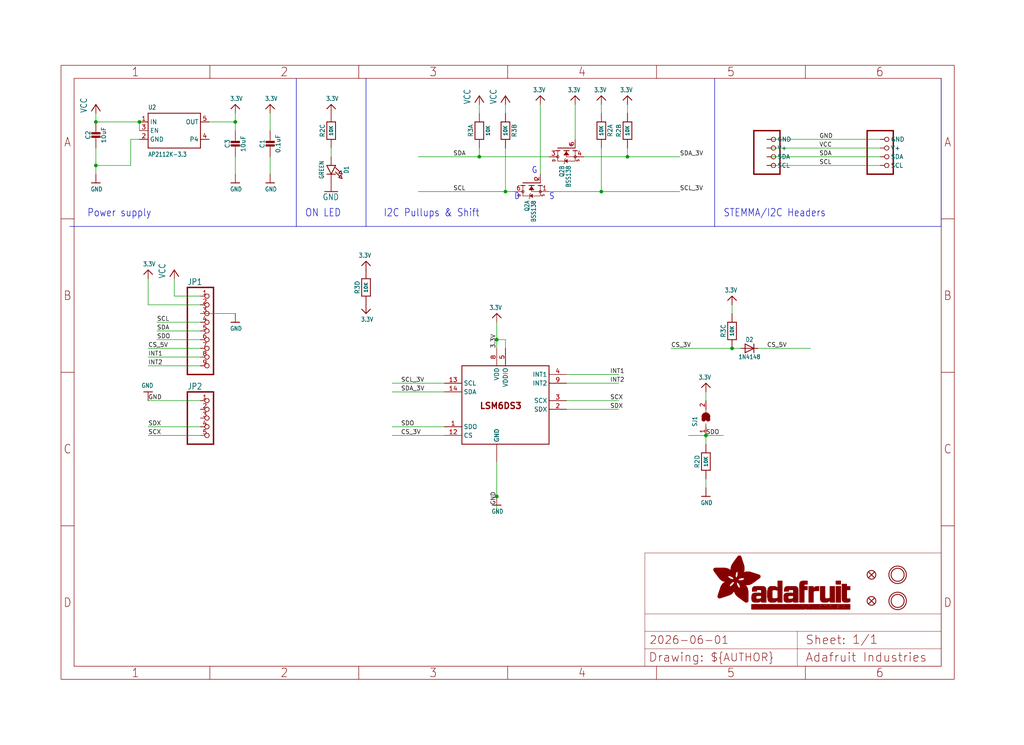
<source format=kicad_sch>
(kicad_sch (version 20230121) (generator eeschema)
  (paper "User" 298.45 217.322)
  (lib_symbols
    (symbol "working-eagle-import:3.3V" (power)
      (property "Value" "3.3V" (at -1.524 1.016 0))
      (symbol "3.3V_1_0"
        (pin power_in line (at 0 -2.54 90) (length 2.54) (name "3.3V") (number "1"))
      )
    )
    (symbol "working-eagle-import:CAP_CERAMIC0603_NO"
      (property "Reference" "C" (at -2.29 1.25 90))
      (symbol "CAP_CERAMIC0603_NO_1_0"
        (pin passive line (at 0 5.08 270) (length 2.54) (name "1") (number "1"))
        (pin passive line (at 0 -2.54 90) (length 2.54) (name "2") (number "2"))
      )
    )
    (symbol "working-eagle-import:CAP_CERAMIC0805-NOOUTLINE"
      (property "Reference" "C" (at -2.29 1.25 90))
      (symbol "CAP_CERAMIC0805-NOOUTLINE_1_0"
        (pin passive line (at 0 5.08 270) (length 2.54) (name "1") (number "1"))
        (pin passive line (at 0 -2.54 90) (length 2.54) (name "2") (number "2"))
      )
    )
    (symbol "working-eagle-import:DIODESOD-323"
      (property "Reference" "D" (at 0 2.54 0))
      (symbol "DIODESOD-323_1_0"
        (pin passive line (at -2.54 0 0) (length 2.54) (name "A") (number "A"))
        (pin passive line (at 2.54 0 180) (length 2.54) (name "C") (number "C"))
      )
    )
    (symbol "working-eagle-import:FIDUCIAL_1MM")
    (symbol "working-eagle-import:FRAME_A4_ADAFRUIT"
      (symbol "FRAME_A4_ADAFRUIT_1_0"
        (text "${#}/${##}" (at 230.505 10.16 0) (effects (font (size 2.54 2.54)) (justify left bottom)))
        (text "${AUTHOR}" (at 189.23 5.08 0) (effects (font (size 2.286 2.286)) (justify left bottom)))
        (text "${CURRENT_DATE}" (at 171.45 10.16 0) (effects (font (size 2.286 2.286)) (justify left bottom)))
        (text "${PROJECTNAME}" (at 171.45 15.24 0) (effects (font (size 2.54 2.54)) (justify left bottom)))
        (text "1" (at 21.6958 1.905 0) (effects (font (size 2.54 2.286))))
        (text "1" (at 21.6958 177.165 0) (effects (font (size 2.54 2.286))))
        (text "2" (at 65.0875 1.905 0) (effects (font (size 2.54 2.286))))
        (text "2" (at 65.0875 177.165 0) (effects (font (size 2.54 2.286))))
        (text "3" (at 108.4792 1.905 0) (effects (font (size 2.54 2.286))))
        (text "3" (at 108.4792 177.165 0) (effects (font (size 2.54 2.286))))
        (text "4" (at 151.8708 1.905 0) (effects (font (size 2.54 2.286))))
        (text "4" (at 151.8708 177.165 0) (effects (font (size 2.54 2.286))))
        (text "5" (at 195.2625 1.905 0) (effects (font (size 2.54 2.286))))
        (text "5" (at 195.2625 177.165 0) (effects (font (size 2.54 2.286))))
        (text "6" (at 238.6542 1.905 0) (effects (font (size 2.54 2.286))))
        (text "6" (at 238.6542 177.165 0) (effects (font (size 2.54 2.286))))
        (text "A" (at 1.905 156.6863 0) (effects (font (size 2.54 2.286))))
        (text "A" (at 258.445 156.6863 0) (effects (font (size 2.54 2.286))))
        (text "Adafruit Industries" (at 216.916 4.953 0) (effects (font (size 2.54 2.54)) (justify left bottom)))
        (text "B" (at 1.905 111.9188 0) (effects (font (size 2.54 2.286))))
        (text "B" (at 258.445 111.9188 0) (effects (font (size 2.54 2.286))))
        (text "C" (at 1.905 67.1513 0) (effects (font (size 2.54 2.286))))
        (text "C" (at 258.445 67.1513 0) (effects (font (size 2.54 2.286))))
        (text "D" (at 1.905 22.3838 0) (effects (font (size 2.54 2.286))))
        (text "D" (at 258.445 22.3838 0) (effects (font (size 2.54 2.286))))
        (text "Drawing:" (at 171.196 4.953 0) (effects (font (size 2.54 2.54)) (justify left bottom)))
        (text "Sheet:" (at 216.916 10.033 0) (effects (font (size 2.54 2.54)) (justify left bottom)))
      )
    )
    (symbol "working-eagle-import:GND" (power)
      (property "Value" "GND" (at -1.524 -2.54 0))
      (symbol "GND_1_0"
        (pin power_in line (at 0 2.54 270) (length 2.54) (name "GND") (number "1"))
      )
    )
    (symbol "working-eagle-import:HEADER-1X570MIL"
      (property "Reference" "JP" (at -6.35 8.255 0))
      (symbol "HEADER-1X570MIL_1_0"
        (pin passive inverted (at -2.54 5.08 0) (length 2.54) (name "1") (number "1"))
        (pin passive inverted (at -2.54 2.54 0) (length 2.54) (name "2") (number "2"))
        (pin passive inverted (at -2.54 0 0) (length 2.54) (name "3") (number "3"))
        (pin passive inverted (at -2.54 -2.54 0) (length 2.54) (name "4") (number "4"))
        (pin passive inverted (at -2.54 -5.08 0) (length 2.54) (name "5") (number "5"))
      )
    )
    (symbol "working-eagle-import:HEADER-1X970MIL"
      (property "Reference" "JP" (at -6.35 13.335 0))
      (symbol "HEADER-1X970MIL_1_0"
        (pin passive inverted (at -2.54 10.16 0) (length 2.54) (name "1") (number "1"))
        (pin passive inverted (at -2.54 7.62 0) (length 2.54) (name "2") (number "2"))
        (pin passive inverted (at -2.54 5.08 0) (length 2.54) (name "3") (number "3"))
        (pin passive inverted (at -2.54 2.54 0) (length 2.54) (name "4") (number "4"))
        (pin passive inverted (at -2.54 0 0) (length 2.54) (name "5") (number "5"))
        (pin passive inverted (at -2.54 -2.54 0) (length 2.54) (name "6") (number "6"))
        (pin passive inverted (at -2.54 -5.08 0) (length 2.54) (name "7") (number "7"))
        (pin passive inverted (at -2.54 -7.62 0) (length 2.54) (name "8") (number "8"))
        (pin passive inverted (at -2.54 -10.16 0) (length 2.54) (name "9") (number "9"))
      )
    )
    (symbol "working-eagle-import:LED0603_NOOUTLINE"
      (property "Reference" "D" (at -1.27 4.445 0))
      (symbol "LED0603_NOOUTLINE_1_0"
        (pin passive line (at -5.08 0 0) (length 2.54) (name "A") (number "A"))
        (pin passive line (at 2.54 0 180) (length 2.54) (name "C") (number "C"))
      )
    )
    (symbol "working-eagle-import:LSM6DS3"
      (symbol "LSM6DS3_1_0"
        (text "LSM6DS3" (at -5.08 -2.54 0) (effects (font (size 1.778 1.778) (thickness 0.3556) bold) (justify left bottom)))
        (pin bidirectional line (at -15.24 -7.62 0) (length 5.08) (name "SDO") (number "1"))
        (pin bidirectional line (at -15.24 -10.16 0) (length 5.08) (name "CS") (number "12"))
        (pin bidirectional line (at -15.24 5.08 0) (length 5.08) (name "SCL") (number "13"))
        (pin bidirectional line (at -15.24 2.54 0) (length 5.08) (name "SDA") (number "14"))
        (pin bidirectional line (at 20.32 -2.54 180) (length 5.08) (name "SDX") (number "2"))
        (pin bidirectional line (at 20.32 0 180) (length 5.08) (name "SCX") (number "3"))
        (pin bidirectional line (at 20.32 7.62 180) (length 5.08) (name "INT1") (number "4"))
        (pin power_in line (at 2.54 15.24 270) (length 5.08) (name "VDDIO") (number "5"))
        (pin power_in line (at 0 -17.78 90) (length 5.08) (name "GND") (number "6"))
        (pin power_in line (at 0 -17.78 90) (length 5.08) (name "GND") (number "7"))
        (pin power_in line (at 0 15.24 270) (length 5.08) (name "VDD") (number "8"))
        (pin bidirectional line (at 20.32 5.08 180) (length 5.08) (name "INT2") (number "9"))
      )
    )
    (symbol "working-eagle-import:MOSFET-N_DUAL"
      (property "Reference" "Q" (at 5.08 0.635 0))
      (symbol "MOSFET-N_DUAL_1_0"
        (text "D" (at 3.175 3.175 0) (effects (font (size 0.8128 0.6908)) (justify left bottom)))
        (text "G" (at -1.27 -1.905 0) (effects (font (size 0.8128 0.6908)) (justify left bottom)))
        (text "S" (at 3.175 -3.81 0) (effects (font (size 0.8128 0.6908)) (justify left bottom)))
        (pin bidirectional line (at 2.54 -5.08 90) (length 2.54) (name "S") (number "1"))
        (pin bidirectional line (at -2.54 -2.54 0) (length 2.54) (name "G") (number "2"))
        (pin bidirectional line (at 2.54 5.08 270) (length 2.54) (name "D") (number "6"))
      )
      (symbol "MOSFET-N_DUAL_2_0"
        (text "D" (at 3.175 3.175 0) (effects (font (size 0.8128 0.6908)) (justify left bottom)))
        (text "G" (at -1.27 -1.905 0) (effects (font (size 0.8128 0.6908)) (justify left bottom)))
        (text "S" (at 3.175 -3.81 0) (effects (font (size 0.8128 0.6908)) (justify left bottom)))
        (pin bidirectional line (at 2.54 5.08 270) (length 2.54) (name "D") (number "3"))
        (pin bidirectional line (at 2.54 -5.08 90) (length 2.54) (name "S") (number "4"))
        (pin bidirectional line (at -2.54 -2.54 0) (length 2.54) (name "G") (number "5"))
      )
    )
    (symbol "working-eagle-import:MOUNTINGHOLE2.5")
    (symbol "working-eagle-import:RESISTOR_4PACK"
      (property "Reference" "R" (at 0 2.54 0))
      (symbol "RESISTOR_4PACK_1_0"
        (pin passive line (at -5.08 0 0) (length 2.54) (name "1") (number "1"))
        (pin passive line (at 5.08 0 180) (length 2.54) (name "2") (number "8"))
      )
      (symbol "RESISTOR_4PACK_2_0"
        (pin passive line (at -5.08 0 0) (length 2.54) (name "1") (number "2"))
        (pin passive line (at 5.08 0 180) (length 2.54) (name "2") (number "7"))
      )
      (symbol "RESISTOR_4PACK_3_0"
        (pin passive line (at -5.08 0 0) (length 2.54) (name "1") (number "3"))
        (pin passive line (at 5.08 0 180) (length 2.54) (name "2") (number "6"))
      )
      (symbol "RESISTOR_4PACK_4_0"
        (pin passive line (at -5.08 0 0) (length 2.54) (name "1") (number "4"))
        (pin passive line (at 5.08 0 180) (length 2.54) (name "2") (number "5"))
      )
    )
    (symbol "working-eagle-import:SOLDERJUMPER"
      (property "Reference" "SJ" (at -2.54 2.54 0))
      (symbol "SOLDERJUMPER_1_0"
        (pin passive line (at -5.08 0 0) (length 2.54) (name "1") (number "1"))
        (pin passive line (at 5.08 0 180) (length 2.54) (name "2") (number "2"))
      )
    )
    (symbol "working-eagle-import:STEMMA_I2C_QT"
      (symbol "STEMMA_I2C_QT_1_0"
        (pin passive inverted (at 0 5.08 0) (length 2.54) (name "GND") (number "1"))
        (pin passive inverted (at 0 2.54 0) (length 2.54) (name "V+") (number "2"))
        (pin passive inverted (at 0 0 0) (length 2.54) (name "SDA") (number "3"))
        (pin passive inverted (at 0 -2.54 0) (length 2.54) (name "SCL") (number "4"))
      )
      (symbol "STEMMA_I2C_QT_2_0"
        (pin bidirectional line (at 0 0 0) (length 5.08) (name "MT") (number "MT1"))
      )
      (symbol "STEMMA_I2C_QT_3_0"
        (pin bidirectional line (at 0 0 0) (length 5.08) (name "MT") (number "MT2"))
      )
    )
    (symbol "working-eagle-import:VCC" (power)
      (property "Value" "VCC" (at -2.54 -2.54 90))
      (symbol "VCC_1_0"
        (pin power_in line (at 0 -2.54 90) (length 2.54) (name "VCC") (number "1"))
      )
    )
    (symbol "working-eagle-import:VREG_SOT23-5"
      (property "Reference" "U" (at -7.62 6.096 0))
      (symbol "VREG_SOT23-5_1_0"
        (pin power_in line (at -10.16 2.54 0) (length 2.54) (name "IN") (number "1"))
        (pin power_in line (at -10.16 -2.54 0) (length 2.54) (name "GND") (number "2"))
        (pin input line (at -10.16 0 0) (length 2.54) (name "EN") (number "3"))
        (pin bidirectional line (at 10.16 -2.54 180) (length 2.54) (name "P4") (number "4"))
        (pin power_in line (at 10.16 2.54 180) (length 2.54) (name "OUT") (number "5"))
      )
    )
    (symbol "working-eagle-import:supply1_GND" (power)
      (property "Value" "supply1_GND" (at -2.54 -2.54 0))
      (symbol "supply1_GND_1_0"
        (pin power_in line (at 0 2.54 270) (length 2.54) (name "GND") (number "1"))
      )
    )
  )
  (junction (at 182.88 45.72))
  (junction (at 213.36 101.6))
  (junction (at 144.78 99.06))
  (junction (at 147.32 55.88))
  (junction (at 27.94 48.26))
  (junction (at 40.64 35.56))
  (junction (at 144.78 144.78))
  (junction (at 27.94 35.56))
  (junction (at 139.7 45.72))
  (junction (at 68.58 35.56))
  (junction (at 175.26 55.88))
  (junction (at 205.74 127))
  (wire (pts (xy 38.1 40.64) (xy 38.1 48.26)) (stroke (width 0.1524)))
  (wire (pts (xy 167.64 40.64) (xy 167.64 30.48)) (stroke (width 0.1524)))
  (wire (pts (xy 129.54 111.76) (xy 114.3 111.76)) (stroke (width 0.1524)))
  (wire (pts (xy 78.74 45.72) (xy 78.74 50.8)) (stroke (width 0.1524)))
  (wire (pts (xy 165.1 111.76) (xy 180.34 111.76)) (stroke (width 0.1524)))
  (wire (pts (xy 175.26 33.02) (xy 175.26 30.48)) (stroke (width 0.1524)))
  (wire (pts (xy 58.42 93.98) (xy 45.72 93.98)) (stroke (width 0.1524)))
  (wire (pts (xy 213.36 101.6) (xy 195.58 101.6)) (stroke (width 0.1524)))
  (wire (pts (xy 40.64 40.64) (xy 38.1 40.64)) (stroke (width 0.1524)))
  (wire (pts (xy 160.02 45.72) (xy 139.7 45.72)) (stroke (width 0.1524)))
  (wire (pts (xy 223.52 43.18) (xy 256.54 43.18)) (stroke (width 0.1524)))
  (wire (pts (xy 175.26 55.88) (xy 198.12 55.88)) (stroke (width 0.1524)))
  (wire (pts (xy 58.42 127) (xy 43.18 127)) (stroke (width 0.1524)))
  (wire (pts (xy 139.7 45.72) (xy 121.92 45.72)) (stroke (width 0.1524)))
  (wire (pts (xy 182.88 45.72) (xy 198.12 45.72)) (stroke (width 0.1524)))
  (wire (pts (xy 147.32 101.6) (xy 147.32 99.06)) (stroke (width 0.1524)))
  (wire (pts (xy 58.42 124.46) (xy 43.18 124.46)) (stroke (width 0.1524)))
  (wire (pts (xy 58.42 104.14) (xy 43.18 104.14)) (stroke (width 0.1524)))
  (wire (pts (xy 27.94 33.02) (xy 27.94 35.56)) (stroke (width 0.1524)))
  (polyline (pts (xy 106.68 66.04) (xy 208.28 66.04)) (stroke (width 0.1524) (type solid)))
  (polyline (pts (xy 86.36 22.86) (xy 86.36 66.04)) (stroke (width 0.1524) (type solid)))
  (wire (pts (xy 58.42 86.36) (xy 50.8 86.36)) (stroke (width 0.1524)))
  (polyline (pts (xy 20.32 66.04) (xy 86.36 66.04)) (stroke (width 0.1524) (type solid)))
  (wire (pts (xy 144.78 134.62) (xy 144.78 144.78)) (stroke (width 0.1524)))
  (wire (pts (xy 147.32 55.88) (xy 121.92 55.88)) (stroke (width 0.1524)))
  (wire (pts (xy 182.88 33.02) (xy 182.88 30.48)) (stroke (width 0.1524)))
  (wire (pts (xy 60.96 35.56) (xy 68.58 35.56)) (stroke (width 0.1524)))
  (wire (pts (xy 165.1 109.22) (xy 180.34 109.22)) (stroke (width 0.1524)))
  (wire (pts (xy 213.36 91.44) (xy 213.36 88.9)) (stroke (width 0.1524)))
  (wire (pts (xy 157.48 50.8) (xy 157.48 30.48)) (stroke (width 0.1524)))
  (wire (pts (xy 205.74 142.24) (xy 205.74 139.7)) (stroke (width 0.1524)))
  (wire (pts (xy 68.58 35.56) (xy 68.58 38.1)) (stroke (width 0.1524)))
  (wire (pts (xy 58.42 96.52) (xy 45.72 96.52)) (stroke (width 0.1524)))
  (wire (pts (xy 256.54 40.64) (xy 223.52 40.64)) (stroke (width 0.1524)))
  (wire (pts (xy 58.42 88.9) (xy 43.18 88.9)) (stroke (width 0.1524)))
  (wire (pts (xy 165.1 119.38) (xy 180.34 119.38)) (stroke (width 0.1524)))
  (wire (pts (xy 147.32 99.06) (xy 144.78 99.06)) (stroke (width 0.1524)))
  (wire (pts (xy 139.7 33.02) (xy 139.7 30.48)) (stroke (width 0.1524)))
  (wire (pts (xy 50.8 86.36) (xy 50.8 81.28)) (stroke (width 0.1524)))
  (wire (pts (xy 160.02 55.88) (xy 175.26 55.88)) (stroke (width 0.1524)))
  (wire (pts (xy 205.74 116.84) (xy 205.74 114.3)) (stroke (width 0.1524)))
  (wire (pts (xy 58.42 116.84) (xy 43.18 116.84)) (stroke (width 0.1524)))
  (wire (pts (xy 144.78 101.6) (xy 144.78 99.06)) (stroke (width 0.1524)))
  (wire (pts (xy 147.32 43.18) (xy 147.32 55.88)) (stroke (width 0.1524)))
  (wire (pts (xy 58.42 101.6) (xy 43.18 101.6)) (stroke (width 0.1524)))
  (wire (pts (xy 170.18 45.72) (xy 182.88 45.72)) (stroke (width 0.1524)))
  (wire (pts (xy 149.86 55.88) (xy 147.32 55.88)) (stroke (width 0.1524)))
  (wire (pts (xy 165.1 116.84) (xy 180.34 116.84)) (stroke (width 0.1524)))
  (wire (pts (xy 78.74 33.02) (xy 78.74 38.1)) (stroke (width 0.1524)))
  (wire (pts (xy 58.42 91.44) (xy 68.58 91.44)) (stroke (width 0.1524)))
  (wire (pts (xy 144.78 144.78) (xy 144.78 149.86)) (stroke (width 0.1524)))
  (wire (pts (xy 215.9 101.6) (xy 213.36 101.6)) (stroke (width 0.1524)))
  (wire (pts (xy 58.42 99.06) (xy 45.72 99.06)) (stroke (width 0.1524)))
  (wire (pts (xy 129.54 114.3) (xy 114.3 114.3)) (stroke (width 0.1524)))
  (wire (pts (xy 175.26 43.18) (xy 175.26 55.88)) (stroke (width 0.1524)))
  (polyline (pts (xy 274.32 22.86) (xy 274.32 66.04)) (stroke (width 0.1524) (type solid)))
  (polyline (pts (xy 208.28 22.86) (xy 208.28 66.04)) (stroke (width 0.1524) (type solid)))
  (wire (pts (xy 40.64 35.56) (xy 27.94 35.56)) (stroke (width 0.1524)))
  (wire (pts (xy 129.54 124.46) (xy 114.3 124.46)) (stroke (width 0.1524)))
  (wire (pts (xy 40.64 38.1) (xy 40.64 35.56)) (stroke (width 0.1524)))
  (wire (pts (xy 27.94 48.26) (xy 27.94 50.8)) (stroke (width 0.1524)))
  (wire (pts (xy 27.94 48.26) (xy 27.94 43.18)) (stroke (width 0.1524)))
  (polyline (pts (xy 106.68 22.86) (xy 106.68 66.04)) (stroke (width 0.1524) (type solid)))
  (wire (pts (xy 220.98 101.6) (xy 236.22 101.6)) (stroke (width 0.1524)))
  (wire (pts (xy 223.52 48.26) (xy 256.54 48.26)) (stroke (width 0.1524)))
  (wire (pts (xy 96.52 45.72) (xy 96.52 43.18)) (stroke (width 0.1524)))
  (polyline (pts (xy 86.36 66.04) (xy 106.68 66.04)) (stroke (width 0.1524) (type solid)))
  (wire (pts (xy 256.54 45.72) (xy 223.52 45.72)) (stroke (width 0.1524)))
  (wire (pts (xy 43.18 88.9) (xy 43.18 81.28)) (stroke (width 0.1524)))
  (wire (pts (xy 205.74 129.54) (xy 205.74 127)) (stroke (width 0.1524)))
  (wire (pts (xy 38.1 48.26) (xy 27.94 48.26)) (stroke (width 0.1524)))
  (wire (pts (xy 43.18 106.68) (xy 58.42 106.68)) (stroke (width 0.1524)))
  (polyline (pts (xy 208.28 66.04) (xy 274.32 66.04)) (stroke (width 0.1524) (type solid)))
  (wire (pts (xy 68.58 35.56) (xy 68.58 33.02)) (stroke (width 0.1524)))
  (wire (pts (xy 147.32 33.02) (xy 147.32 30.48)) (stroke (width 0.1524)))
  (wire (pts (xy 68.58 45.72) (xy 68.58 50.8)) (stroke (width 0.1524)))
  (wire (pts (xy 129.54 127) (xy 114.3 127)) (stroke (width 0.1524)))
  (wire (pts (xy 144.78 99.06) (xy 144.78 93.98)) (stroke (width 0.1524)))
  (wire (pts (xy 182.88 43.18) (xy 182.88 45.72)) (stroke (width 0.1524)))
  (wire (pts (xy 139.7 43.18) (xy 139.7 45.72)) (stroke (width 0.1524)))
  (wire (pts (xy 205.74 127) (xy 210.82 127)) (stroke (width 0.1524)))
  (wire (pts (xy 205.74 127) (xy 200.66 127)) (stroke (width 0.1524)))
  (text "Power supply" (at 25.4 63.5 0) (effects (font (size 2.1844 1.8567)) (justify left bottom)))
  (text "ON LED" (at 88.9 63.5 0) (effects (font (size 2.1844 1.8567)) (justify left bottom)))
  (text "I2C Pullups & Shift" (at 111.76 63.5 0) (effects (font (size 2.1844 1.8567)) (justify left bottom)))
  (text "D" (at 149.86 58.42 0) (effects (font (size 1.778 1.5113)) (justify left bottom)))
  (text "S" (at 160.02 58.42 0) (effects (font (size 1.778 1.5113)) (justify left bottom)))
  (text "STEMMA/I2C Headers" (at 210.82 63.5 0) (effects (font (size 2.1844 1.8567)) (justify left bottom)))
  (text "G" (at 154.94 50.8 0) (effects (font (size 1.778 1.5113)) (justify left bottom)))
  (label "INT1" (at 177.8 109.22 0) (effects (font (size 1.2446 1.2446))))
  (label "INT2" (at 43.18 106.68 0) (effects (font (size 1.2446 1.2446))))
  (label "SDA" (at 132.08 45.72 0) (effects (font (size 1.2446 1.2446))))
  (label "SDO" (at 205.74 127 0) (effects (font (size 1.2446 1.2446))))
  (label "CS_3V" (at 195.58 101.6 0) (effects (font (size 1.2446 1.2446))))
  (label "VCC" (at 238.76 43.18 0) (effects (font (size 1.2446 1.2446))))
  (label "SDO" (at 116.84 124.46 0) (effects (font (size 1.2446 1.2446))))
  (label "SCX" (at 43.18 127 0) (effects (font (size 1.2446 1.2446))))
  (label "SCL_3V" (at 116.84 111.76 0) (effects (font (size 1.2446 1.2446))))
  (label "SCL" (at 238.76 48.26 0) (effects (font (size 1.2446 1.2446))))
  (label "SDA" (at 238.76 45.72 0) (effects (font (size 1.2446 1.2446))))
  (label "SCL" (at 45.72 93.98 0) (effects (font (size 1.2446 1.2446))))
  (label "GND" (at 238.76 40.64 0) (effects (font (size 1.2446 1.2446))))
  (label "SDA" (at 45.72 96.52 0) (effects (font (size 1.2446 1.2446))))
  (label "GND" (at 43.18 116.84 0) (effects (font (size 1.2446 1.2446))))
  (label "CS_3V" (at 116.84 127 0) (effects (font (size 1.2446 1.2446))))
  (label "INT2" (at 177.8 111.76 0) (effects (font (size 1.2446 1.2446))))
  (label "3.3V" (at 144.78 101.6 90) (effects (font (size 1.2446 1.2446))))
  (label "SCL" (at 132.08 55.88 0) (effects (font (size 1.2446 1.2446))))
  (label "INT1" (at 43.18 104.14 0) (effects (font (size 1.2446 1.2446))))
  (label "SDA_3V" (at 116.84 114.3 0) (effects (font (size 1.2446 1.2446))))
  (label "SDX" (at 43.18 124.46 0) (effects (font (size 1.2446 1.2446))))
  (label "GND" (at 144.78 147.32 90) (effects (font (size 1.2446 1.2446))))
  (label "SCL_3V" (at 198.12 55.88 0) (effects (font (size 1.2446 1.2446))))
  (label "SCX" (at 177.8 116.84 0) (effects (font (size 1.2446 1.2446))))
  (label "SDA_3V" (at 198.12 45.72 0) (effects (font (size 1.2446 1.2446))))
  (label "CS_5V" (at 223.52 101.6 0) (effects (font (size 1.2446 1.2446))))
  (label "SDX" (at 177.8 119.38 0) (effects (font (size 1.2446 1.2446))))
  (label "SDO" (at 45.72 99.06 0) (effects (font (size 1.2446 1.2446))))
  (label "CS_5V" (at 43.18 101.6 0) (effects (font (size 1.2446 1.2446))))
  (symbol (lib_id "working-eagle-import:GND") (at 205.74 144.78 0) (unit 1)
    (property "Reference" "#U$20" (effects hide))
    (property "Value" "GND" (at 204.216 147.32 0) (effects (font (size 1.27 1.0795)) (justify left bottom)))
  )
  (symbol (lib_id "working-eagle-import:GND") (at 68.58 53.34 0) (unit 1)
    (property "Reference" "#U$5" (effects hide))
    (property "Value" "GND" (at 67.056 55.88 0) (effects (font (size 1.27 1.0795)) (justify left bottom)))
  )
  (symbol (lib_id "working-eagle-import:LED0603_NOOUTLINE") (at 96.52 50.8 270) (unit 1)
    (property "Reference" "D1" (at 100.965 49.53 0) (effects (font (size 1.27 1.0795))))
    (property "Value" "GREEN" (at 93.726 49.53 0) (effects (font (size 1.27 1.0795))))
    (property "Footprint" "working:CHIPLED_0603_NOOUTLINE" (effects hide))
  )
  (symbol (lib_id "working-eagle-import:RESISTOR_4PACK") (at 139.7 38.1 90) (unit 1)
    (property "Reference" "R3" (at 137.16 38.1 0))
    (property "Value" "10K" (at 142.24 38.1 0) (effects (font (size 1.016 1.016) bold)))
    (property "Footprint" "working:RESPACK_4X0603" (effects hide))
  )
  (symbol (lib_id "working-eagle-import:MOSFET-N_DUAL") (at 165.1 43.18 90) (mirror x) (unit 2)
    (property "Reference" "Q2" (at 164.465 48.26 0) (effects (font (size 1.27 1.0795)) (justify left bottom)))
    (property "Value" "BSS138" (at 166.37 48.26 0) (effects (font (size 1.27 1.0795)) (justify left bottom)))
    (property "Footprint" "working:SOT363" (effects hide))
  )
  (symbol (lib_id "working-eagle-import:DIODESOD-323") (at 218.44 101.6 0) (unit 1)
    (property "Reference" "D2" (at 218.44 99.06 0) (effects (font (size 1.27 1.0795))))
    (property "Value" "1N4148" (at 218.44 104.1 0) (effects (font (size 1.27 1.0795))))
    (property "Footprint" "working:SOD-323" (effects hide))
  )
  (symbol (lib_id "working-eagle-import:RESISTOR_4PACK") (at 106.68 83.82 90) (unit 4)
    (property "Reference" "R3" (at 104.14 83.82 0))
    (property "Value" "10K" (at 106.68 83.82 0) (effects (font (size 1.016 1.016) bold)))
    (property "Footprint" "working:RESPACK_4X0603" (effects hide))
  )
  (symbol (lib_id "working-eagle-import:3.3V") (at 106.68 76.2 0) (mirror y) (unit 1)
    (property "Reference" "#U$19" (effects hide))
    (property "Value" "3.3V" (at 108.204 75.184 0) (effects (font (size 1.27 1.0795)) (justify left bottom)))
  )
  (symbol (lib_id "working-eagle-import:STEMMA_I2C_QT") (at 256.54 45.72 0) (unit 1)
    (property "Reference" "CONN4" (effects hide))
    (property "Value" "STEMMA_I2C_QT" (effects hide))
    (property "Footprint" "working:JST_SH4" (effects hide))
  )
  (symbol (lib_id "working-eagle-import:3.3V") (at 205.74 111.76 0) (mirror y) (unit 1)
    (property "Reference" "#U$11" (effects hide))
    (property "Value" "3.3V" (at 207.264 110.744 0) (effects (font (size 1.27 1.0795)) (justify left bottom)))
  )
  (symbol (lib_id "working-eagle-import:HEADER-1X970MIL") (at 60.96 96.52 0) (unit 1)
    (property "Reference" "JP1" (at 54.61 83.185 0) (effects (font (size 1.778 1.5113)) (justify left bottom)))
    (property "Value" "HEADER-1X970MIL" (effects hide))
    (property "Footprint" "working:1X09_ROUND_70" (effects hide))
  )
  (symbol (lib_id "working-eagle-import:3.3V") (at 43.18 78.74 0) (unit 1)
    (property "Reference" "#U$16" (effects hide))
    (property "Value" "3.3V" (at 41.656 77.724 0) (effects (font (size 1.27 1.0795)) (justify left bottom)))
  )
  (symbol (lib_id "working-eagle-import:FRAME_A4_ADAFRUIT") (at 17.78 198.12 0) (unit 1)
    (property "Reference" "#U$18" (effects hide))
    (property "Value" "FRAME_A4_ADAFRUIT" (effects hide))
  )
  (symbol (lib_id "working-eagle-import:3.3V") (at 213.36 86.36 0) (mirror y) (unit 1)
    (property "Reference" "#U$12" (effects hide))
    (property "Value" "3.3V" (at 214.884 85.344 0) (effects (font (size 1.27 1.0795)) (justify left bottom)))
  )
  (symbol (lib_id "working-eagle-import:GND") (at 68.58 93.98 0) (unit 1)
    (property "Reference" "#U$10" (effects hide))
    (property "Value" "GND" (at 67.056 96.52 0) (effects (font (size 1.27 1.0795)) (justify left bottom)))
  )
  (symbol (lib_id "working-eagle-import:RESISTOR_4PACK") (at 147.32 38.1 270) (mirror x) (unit 2)
    (property "Reference" "R3" (at 149.86 38.1 0))
    (property "Value" "10K" (at 147.32 38.1 0) (effects (font (size 1.016 1.016) bold)))
    (property "Footprint" "working:RESPACK_4X0603" (effects hide))
  )
  (symbol (lib_id "working-eagle-import:3.3V") (at 167.64 27.94 0) (mirror y) (unit 1)
    (property "Reference" "#U$23" (effects hide))
    (property "Value" "3.3V" (at 169.164 26.924 0) (effects (font (size 1.27 1.0795)) (justify left bottom)))
  )
  (symbol (lib_id "working-eagle-import:GND") (at 43.18 114.3 180) (unit 1)
    (property "Reference" "#U$22" (effects hide))
    (property "Value" "GND" (at 44.704 111.76 0) (effects (font (size 1.27 1.0795)) (justify left bottom)))
  )
  (symbol (lib_id "working-eagle-import:GND") (at 78.74 53.34 0) (unit 1)
    (property "Reference" "#U$6" (effects hide))
    (property "Value" "GND" (at 77.216 55.88 0) (effects (font (size 1.27 1.0795)) (justify left bottom)))
  )
  (symbol (lib_id "working-eagle-import:CAP_CERAMIC0805-NOOUTLINE") (at 68.58 43.18 0) (unit 1)
    (property "Reference" "C3" (at 66.29 41.93 90))
    (property "Value" "10uF" (at 70.88 41.93 90))
    (property "Footprint" "working:0805-NO" (effects hide))
  )
  (symbol (lib_id "working-eagle-import:RESISTOR_4PACK") (at 213.36 96.52 90) (mirror x) (unit 3)
    (property "Reference" "R3" (at 210.82 96.52 0))
    (property "Value" "10K" (at 213.36 96.52 0) (effects (font (size 1.016 1.016) bold)))
    (property "Footprint" "working:RESPACK_4X0603" (effects hide))
  )
  (symbol (lib_id "working-eagle-import:CAP_CERAMIC0603_NO") (at 78.74 43.18 0) (unit 1)
    (property "Reference" "C1" (at 76.45 41.93 90))
    (property "Value" "0.1uF" (at 81.04 41.93 90))
    (property "Footprint" "working:0603-NO" (effects hide))
  )
  (symbol (lib_id "working-eagle-import:FIDUCIAL_1MM") (at 254 175.26 0) (unit 1)
    (property "Reference" "FID3" (effects hide))
    (property "Value" "FIDUCIAL_1MM" (effects hide))
    (property "Footprint" "working:FIDUCIAL_1MM" (effects hide))
  )
  (symbol (lib_id "working-eagle-import:VCC") (at 147.32 27.94 0) (unit 1)
    (property "Reference" "#P+2" (effects hide))
    (property "Value" "VCC" (at 144.78 30.48 90) (effects (font (size 1.778 1.5113)) (justify left bottom)))
  )
  (symbol (lib_id "working-eagle-import:3.3V") (at 78.74 30.48 0) (unit 1)
    (property "Reference" "#U$14" (effects hide))
    (property "Value" "3.3V" (at 77.216 29.464 0) (effects (font (size 1.27 1.0795)) (justify left bottom)))
  )
  (symbol (lib_id "working-eagle-import:MOUNTINGHOLE2.5") (at 261.62 167.64 0) (unit 1)
    (property "Reference" "U$17" (effects hide))
    (property "Value" "MOUNTINGHOLE2.5" (effects hide))
    (property "Footprint" "working:MOUNTINGHOLE_2.5_PLATED" (effects hide))
  )
  (symbol (lib_id "working-eagle-import:RESISTOR_4PACK") (at 96.52 38.1 90) (unit 3)
    (property "Reference" "R2" (at 93.98 38.1 0))
    (property "Value" "10K" (at 96.52 38.1 0) (effects (font (size 1.016 1.016) bold)))
    (property "Footprint" "working:RESPACK_4X0603" (effects hide))
  )
  (symbol (lib_id "working-eagle-import:MOUNTINGHOLE2.5") (at 261.62 175.26 0) (unit 1)
    (property "Reference" "U$1" (effects hide))
    (property "Value" "MOUNTINGHOLE2.5" (effects hide))
    (property "Footprint" "working:MOUNTINGHOLE_2.5_PLATED" (effects hide))
  )
  (symbol (lib_id "working-eagle-import:FIDUCIAL_1MM") (at 254 167.64 0) (unit 1)
    (property "Reference" "FID4" (effects hide))
    (property "Value" "FIDUCIAL_1MM" (effects hide))
    (property "Footprint" "working:FIDUCIAL_1MM" (effects hide))
  )
  (symbol (lib_id "working-eagle-import:GND") (at 27.94 53.34 0) (unit 1)
    (property "Reference" "#U$13" (effects hide))
    (property "Value" "GND" (at 26.416 55.88 0) (effects (font (size 1.27 1.0795)) (justify left bottom)))
  )
  (symbol (lib_id "working-eagle-import:MOSFET-N_DUAL") (at 154.94 53.34 90) (mirror x) (unit 1)
    (property "Reference" "Q2" (at 154.305 58.42 0) (effects (font (size 1.27 1.0795)) (justify left bottom)))
    (property "Value" "BSS138" (at 156.21 58.42 0) (effects (font (size 1.27 1.0795)) (justify left bottom)))
    (property "Footprint" "working:SOT363" (effects hide))
  )
  (symbol (lib_id "working-eagle-import:RESISTOR_4PACK") (at 182.88 38.1 90) (mirror x) (unit 2)
    (property "Reference" "R2" (at 180.34 38.1 0))
    (property "Value" "10K" (at 182.88 38.1 0) (effects (font (size 1.016 1.016) bold)))
    (property "Footprint" "working:RESPACK_4X0603" (effects hide))
  )
  (symbol (lib_id "working-eagle-import:RESISTOR_4PACK") (at 205.74 134.62 90) (unit 4)
    (property "Reference" "R2" (at 203.2 134.62 0))
    (property "Value" "10K" (at 205.74 134.62 0) (effects (font (size 1.016 1.016) bold)))
    (property "Footprint" "working:RESPACK_4X0603" (effects hide))
  )
  (symbol (lib_id "working-eagle-import:3.3V") (at 175.26 27.94 0) (mirror y) (unit 1)
    (property "Reference" "#U$24" (effects hide))
    (property "Value" "3.3V" (at 176.784 26.924 0) (effects (font (size 1.27 1.0795)) (justify left bottom)))
  )
  (symbol (lib_id "working-eagle-import:LSM6DS3") (at 144.78 116.84 0) (unit 1)
    (property "Reference" "U1" (effects hide))
    (property "Value" "LSM6DS3" (effects hide))
    (property "Footprint" "working:LGA-14L" (effects hide))
  )
  (symbol (lib_id "working-eagle-import:supply1_GND") (at 96.52 55.88 0) (unit 1)
    (property "Reference" "#GND6" (effects hide))
    (property "Value" "GND" (at 93.98 58.42 0) (effects (font (size 1.778 1.5113)) (justify left bottom)))
  )
  (symbol (lib_id "working-eagle-import:3.3V") (at 182.88 27.94 0) (mirror y) (unit 1)
    (property "Reference" "#U$7" (effects hide))
    (property "Value" "3.3V" (at 184.404 26.924 0) (effects (font (size 1.27 1.0795)) (justify left bottom)))
  )
  (symbol (lib_id "working-eagle-import:3.3V") (at 96.52 30.48 0) (unit 1)
    (property "Reference" "#U$3" (effects hide))
    (property "Value" "3.3V" (at 94.996 29.464 0) (effects (font (size 1.27 1.0795)) (justify left bottom)))
  )
  (symbol (lib_id "working-eagle-import:VREG_SOT23-5") (at 50.8 38.1 0) (unit 1)
    (property "Reference" "U2" (at 43.18 32.004 0) (effects (font (size 1.27 1.0795)) (justify left bottom)))
    (property "Value" "AP2112K-3.3" (at 43.18 45.72 0) (effects (font (size 1.27 1.0795)) (justify left bottom)))
    (property "Footprint" "working:SOT23-5" (effects hide))
  )
  (symbol (lib_id "working-eagle-import:VCC") (at 50.8 78.74 0) (unit 1)
    (property "Reference" "#P+4" (effects hide))
    (property "Value" "VCC" (at 48.26 81.28 90) (effects (font (size 1.778 1.5113)) (justify left bottom)))
  )
  (symbol (lib_id "working-eagle-import:VCC") (at 139.7 27.94 0) (unit 1)
    (property "Reference" "#P+1" (effects hide))
    (property "Value" "VCC" (at 137.16 30.48 90) (effects (font (size 1.778 1.5113)) (justify left bottom)))
  )
  (symbol (lib_id "working-eagle-import:RESISTOR_4PACK") (at 175.26 38.1 270) (unit 1)
    (property "Reference" "R2" (at 177.8 38.1 0))
    (property "Value" "10K" (at 175.26 38.1 0) (effects (font (size 1.016 1.016) bold)))
    (property "Footprint" "working:RESPACK_4X0603" (effects hide))
  )
  (symbol (lib_id "working-eagle-import:3.3V") (at 68.58 30.48 0) (unit 1)
    (property "Reference" "#U$15" (effects hide))
    (property "Value" "3.3V" (at 67.056 29.464 0) (effects (font (size 1.27 1.0795)) (justify left bottom)))
  )
  (symbol (lib_id "working-eagle-import:3.3V") (at 106.68 91.44 0) (mirror x) (unit 1)
    (property "Reference" "#U$21" (effects hide))
    (property "Value" "3.3V" (at 105.156 92.456 0) (effects (font (size 1.27 1.0795)) (justify left bottom)))
  )
  (symbol (lib_id "working-eagle-import:HEADER-1X570MIL") (at 60.96 121.92 0) (unit 1)
    (property "Reference" "JP2" (at 54.61 113.665 0) (effects (font (size 1.778 1.5113)) (justify left bottom)))
    (property "Value" "HEADER-1X570MIL" (effects hide))
    (property "Footprint" "working:1X05_ROUND_70" (effects hide))
  )
  (symbol (lib_id "working-eagle-import:SOLDERJUMPER") (at 205.74 121.92 90) (unit 1)
    (property "Reference" "SJ1" (at 203.2 124.46 0) (effects (font (size 1.27 1.0795)) (justify left bottom)))
    (property "Value" "SOLDERJUMPER" (effects hide))
    (property "Footprint" "working:SOLDERJUMPER_ARROW_NOPASTE" (effects hide))
  )
  (symbol (lib_id "working-eagle-import:CAP_CERAMIC0805-NOOUTLINE") (at 27.94 40.64 0) (unit 1)
    (property "Reference" "C2" (at 25.65 39.39 90))
    (property "Value" "10uF" (at 30.24 39.39 90))
    (property "Footprint" "working:0805-NO" (effects hide))
  )
  (symbol (lib_id "working-eagle-import:VCC") (at 27.94 30.48 0) (unit 1)
    (property "Reference" "#P+3" (effects hide))
    (property "Value" "VCC" (at 25.4 33.02 90) (effects (font (size 1.778 1.5113)) (justify left bottom)))
  )
  (symbol (lib_id "working-eagle-import:GND") (at 144.78 147.32 0) (unit 1)
    (property "Reference" "#U$8" (effects hide))
    (property "Value" "GND" (at 143.256 149.86 0) (effects (font (size 1.27 1.0795)) (justify left bottom)))
  )
  (symbol (lib_id "working-eagle-import:STEMMA_I2C_QT") (at 223.52 45.72 0) (unit 1)
    (property "Reference" "CONN3" (effects hide))
    (property "Value" "STEMMA_I2C_QT" (effects hide))
    (property "Footprint" "working:JST_SH4" (effects hide))
  )
  (symbol (lib_id "working-eagle-import:3.3V") (at 157.48 27.94 0) (mirror y) (unit 1)
    (property "Reference" "#U$26" (effects hide))
    (property "Value" "3.3V" (at 159.004 26.924 0) (effects (font (size 1.27 1.0795)) (justify left bottom)))
  )
  (symbol (lib_id "working-eagle-import:3.3V") (at 144.78 91.44 0) (mirror y) (unit 1)
    (property "Reference" "#U$4" (effects hide))
    (property "Value" "3.3V" (at 146.304 90.424 0) (effects (font (size 1.27 1.0795)) (justify left bottom)))
  )
)
</source>
